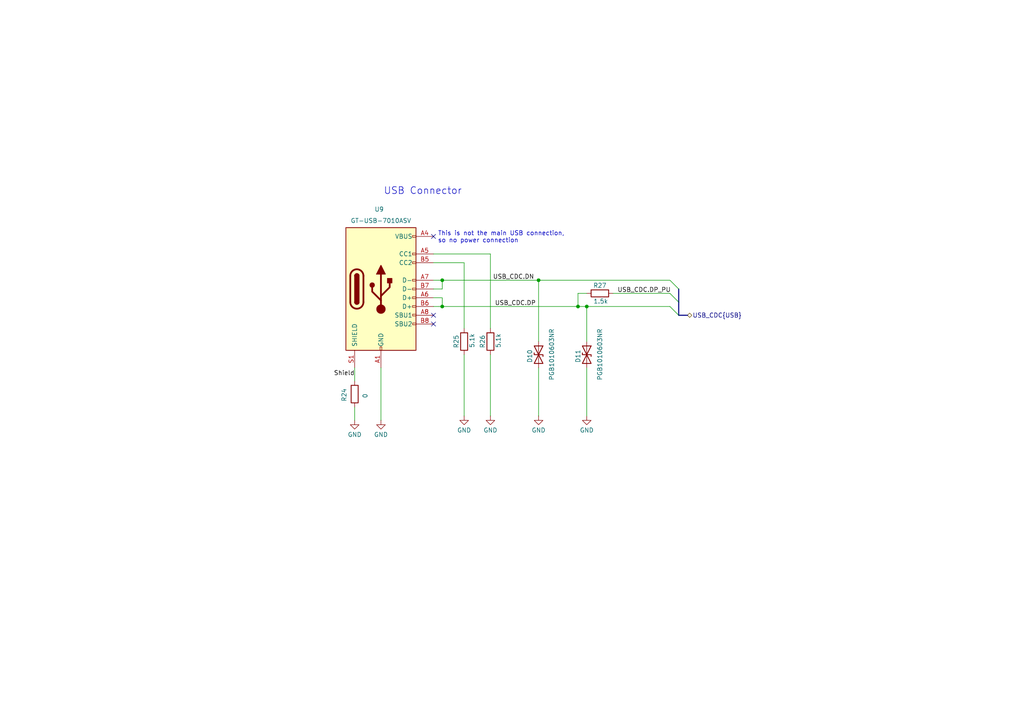
<source format=kicad_sch>
(kicad_sch (version 20231120) (generator "eeschema") (generator_version "8.0")
  (paper "A4")
  (title_block (date "2024-05-30") (rev "0.2.0"))
  (lib_symbols
    (symbol "Device:D_TVS" (pin_numbers hide) (pin_names (offset 1.016) hide)
      (property "Reference" "D" (at 0 2.54 0))
      (property "Value" "D_TVS" (at 0 -2.54 0))
      (symbol "D_TVS_0_1"
        (polyline (pts (xy 1.27 0) (xy -1.27 0)))
        (polyline (pts (xy 0.508 1.27) (xy 0 1.27) (xy 0 -1.27) (xy -0.508 -1.27)) (stroke (width 0.254)))
        (polyline (pts (xy -2.54 1.27) (xy -2.54 -1.27) (xy 2.54 1.27) (xy 2.54 -1.27) (xy -2.54 1.27)) (stroke (width 0.254)))
      )
      (symbol "D_TVS_1_1"
        (pin passive line (at -3.81 0 0) (length 2.54) (name "A1") (number "1"))
        (pin passive line (at 3.81 0 180) (length 2.54) (name "A2") (number "2"))
      )
    )
    (symbol "Device:R" (pin_numbers hide) (pin_names (offset 0))
      (property "Reference" "R" (at 2.032 0 90))
      (property "Value" "R" (at 0 0 90))
      (symbol "R_0_1"
        (rectangle (start -1.016 -2.54) (end 1.016 2.54) (stroke (width 0.254)))
      )
      (symbol "R_1_1"
        (pin passive line (at 0 3.81 270) (length 1.27) (name "~") (number "1"))
        (pin passive line (at 0 -3.81 90) (length 1.27) (name "~") (number "2"))
      )
    )
    (symbol "custom_symbols:USB_C_Receptacle_USB2.0_14P" (pin_names (offset 1.016))
      (property "Reference" "J" (at 0 22.225 0))
      (property "Value" "USB_C_Receptacle_USB2.0_14P" (at 0 19.685 0))
      (symbol "USB_C_Receptacle_USB2.0_14P_0_0"
        (rectangle (start -0.254 -17.78) (end 0.254 -16.764))
        (rectangle (start 9.144 -4.826) (end 10.16 -5.334))
        (rectangle (start 9.1899 -9.8747) (end 10.2059 -10.3827))
        (rectangle (start 9.1899 -7.307) (end 10.2059 -7.815))
        (rectangle (start 10.16 -2.286) (end 9.144 -2.794))
        (rectangle (start 10.16 0.254) (end 9.144 -0.254))
        (rectangle (start 10.16 2.794) (end 9.144 2.286))
        (rectangle (start 10.16 7.874) (end 9.144 7.366))
        (rectangle (start 10.16 10.414) (end 9.144 9.906))
        (rectangle (start 10.16 15.494) (end 9.144 14.986))
      )
      (symbol "USB_C_Receptacle_USB2.0_14P_0_1"
        (rectangle (start -10.16 17.78) (end 10.16 -17.78) (stroke (width 0.254)) (fill (type background)))
        (arc (start -8.89 -3.81) (mid -6.985 -5.7067) (end -5.08 -3.81) (stroke (width 0.508)))
        (arc (start -7.62 -3.81) (mid -6.985 -4.4423) (end -6.35 -3.81) (stroke (width 0.254)))
        (arc (start -7.62 -3.81) (mid -6.985 -4.4423) (end -6.35 -3.81) (stroke (width 0.254)) (fill (type outline)))
        (rectangle (start -7.62 -3.81) (end -6.35 3.81) (stroke (width 0.254)) (fill (type outline)))
        (arc (start -6.35 3.81) (mid -6.985 4.4423) (end -7.62 3.81) (stroke (width 0.254)))
        (arc (start -6.35 3.81) (mid -6.985 4.4423) (end -7.62 3.81) (stroke (width 0.254)) (fill (type outline)))
        (arc (start -5.08 3.81) (mid -6.985 5.7067) (end -8.89 3.81) (stroke (width 0.508)))
        (circle (center -2.54 1.143) (radius 0.635) (stroke (width 0.254)) (fill (type outline)))
        (circle (center 0 -5.842) (radius 1.27) (fill (type outline)))
        (polyline (pts (xy -8.89 -3.81) (xy -8.89 3.81)) (stroke (width 0.508)))
        (polyline (pts (xy -5.08 3.81) (xy -5.08 -3.81)) (stroke (width 0.508)))
        (polyline (pts (xy 0 -5.842) (xy 0 4.318)) (stroke (width 0.508)))
        (polyline (pts (xy 0 -3.302) (xy -2.54 -0.762) (xy -2.54 0.508)) (stroke (width 0.508)))
        (polyline (pts (xy 0 -2.032) (xy 2.54 0.508) (xy 2.54 1.778)) (stroke (width 0.508)))
        (polyline (pts (xy -1.27 4.318) (xy 0 6.858) (xy 1.27 4.318) (xy -1.27 4.318)) (stroke (width 0.254)) (fill (type outline)))
        (rectangle (start 1.905 1.778) (end 3.175 3.048) (stroke (width 0.254)) (fill (type outline)))
      )
      (symbol "USB_C_Receptacle_USB2.0_14P_1_1"
        (pin passive line (at 0 -22.86 90) (length 5.08) (name "GND") (number "A1"))
        (pin passive line (at 0 -22.86 90) (length 5.08) hide (name "GND") (number "A12"))
        (pin passive line (at 15.24 15.24 180) (length 5.08) (name "VBUS") (number "A4"))
        (pin bidirectional line (at 15.24 10.16 180) (length 5.08) (name "CC1") (number "A5"))
        (pin bidirectional line (at 15.24 -2.54 180) (length 5.08) (name "D+") (number "A6"))
        (pin bidirectional line (at 15.24 2.54 180) (length 5.08) (name "D-") (number "A7"))
        (pin bidirectional line (at 15.24 -7.62 180) (length 5.08) (name "SBU1") (number "A8"))
        (pin passive line (at 15.24 15.24 180) (length 5.08) hide (name "VBUS") (number "A9"))
        (pin bidirectional line (at 15.24 7.62 180) (length 5.08) (name "CC2") (number "B5"))
        (pin bidirectional line (at 15.24 -5.08 180) (length 5.08) (name "D+") (number "B6"))
        (pin bidirectional line (at 15.24 0 180) (length 5.08) (name "D-") (number "B7"))
        (pin bidirectional line (at 15.24 -10.16 180) (length 5.08) (name "SBU2") (number "B8"))
        (pin passive line (at -7.62 -22.86 90) (length 5.08) (name "SHIELD") (number "S1"))
      )
    )
    (symbol "power:GND" (power) (pin_numbers hide) (pin_names (offset 0) hide)
      (property "Value" "GND" (at 0 -3.81 0))
      (symbol "GND_0_1"
        (polyline (pts (xy 0 0) (xy 0 -1.27) (xy 1.27 -1.27) (xy 0 -2.54) (xy -1.27 -1.27) (xy 0 -1.27)))
      )
      (symbol "GND_1_1"
        (pin power_in line (at 0 0 270) (length 0) (name "~") (number "1"))
      )
    )
  )
  (junction (at 167.64 88.9))
  (junction (at 128.27 88.9))
  (junction (at 128.27 81.28))
  (junction (at 170.18 88.9))
  (junction (at 156.21 81.28))
  (no_connect (at 125.73 68.58))
  (no_connect (at 125.73 93.98))
  (no_connect (at 125.73 91.44))
  (bus_entry (at 194.31 85.09) (size 2.54 2.54))
  (bus_entry (at 194.31 81.28) (size 2.54 2.54))
  (bus_entry (at 194.31 88.9) (size 2.54 2.54))
  (bus (pts (xy 196.85 87.63) (xy 196.85 91.44)))
  (wire (pts (xy 167.64 88.9) (xy 170.18 88.9)))
  (wire (pts (xy 102.87 106.68) (xy 102.87 110.49)))
  (wire (pts (xy 167.64 85.09) (xy 167.64 88.9)))
  (wire (pts (xy 156.21 106.68) (xy 156.21 120.65)))
  (wire (pts (xy 128.27 81.28) (xy 128.27 83.82)))
  (wire (pts (xy 134.62 76.2) (xy 134.62 95.25)))
  (wire (pts (xy 177.8 85.09) (xy 194.31 85.09)))
  (wire (pts (xy 170.18 88.9) (xy 194.31 88.9)))
  (wire (pts (xy 156.21 81.28) (xy 194.31 81.28)))
  (wire (pts (xy 134.62 102.87) (xy 134.62 120.65)))
  (wire (pts (xy 170.18 88.9) (xy 170.18 99.06)))
  (wire (pts (xy 128.27 86.36) (xy 128.27 88.9)))
  (wire (pts (xy 125.73 88.9) (xy 128.27 88.9)))
  (wire (pts (xy 128.27 88.9) (xy 167.64 88.9)))
  (wire (pts (xy 125.73 83.82) (xy 128.27 83.82)))
  (wire (pts (xy 142.24 102.87) (xy 142.24 120.65)))
  (wire (pts (xy 142.24 73.66) (xy 142.24 95.25)))
  (wire (pts (xy 125.73 86.36) (xy 128.27 86.36)))
  (wire (pts (xy 156.21 81.28) (xy 156.21 99.06)))
  (wire (pts (xy 125.73 81.28) (xy 128.27 81.28)))
  (bus (pts (xy 196.85 91.44) (xy 199.39 91.44)))
  (wire (pts (xy 167.64 85.09) (xy 170.18 85.09)))
  (wire (pts (xy 170.18 106.68) (xy 170.18 120.65)))
  (bus (pts (xy 196.85 83.82) (xy 196.85 87.63)))
  (wire (pts (xy 128.27 81.28) (xy 156.21 81.28)))
  (wire (pts (xy 110.49 106.68) (xy 110.49 121.92)))
  (wire (pts (xy 102.87 118.11) (xy 102.87 121.92)))
  (wire (pts (xy 125.73 73.66) (xy 142.24 73.66)))
  (wire (pts (xy 134.62 76.2) (xy 125.73 76.2)))
  (text "This is not the main USB connection,\nso no power connection" (at 127 68.834 0) (effects (font (size 1.27 1.27)) (justify left)))
  (text "USB Connector" (at 111.252 56.642 0) (effects (font (size 2 2)) (justify left bottom)))
  (label "USB_CDC.DP" (at 143.51 88.9 0))
  (label "Shield" (at 102.87 109.22 180))
  (label "USB_CDC.DP_PU" (at 179.07 85.09 0))
  (label "USB_CDC.DN" (at 154.94 81.28 180))
  (hierarchical_label "USB_CDC{USB}" (shape bidirectional) (at 199.39 91.44 0))
  (symbol (lib_id "Device:R") (at 134.62 99.06 0) (unit 1)
    (property "Reference" "R25" (at 132.334 99.06 90))
    (property "Value" "5.1k" (at 136.906 98.806 90))
    (property "Footprint" "Resistor_SMD:R_0805_2012Metric" (effects (hide yes)))
    (property "Description" "Resistor" (effects (hide yes)))
  )
  (symbol (lib_id "power:GND") (at 110.49 121.92 0) (unit 1)
    (property "Reference" "#PWR91" (effects (hide yes)))
    (property "Value" "GND" (at 110.49 126.0531 0))
    (property "Description" "Power symbol creates a global label with name \"GND\" , ground" (effects (hide yes)))
  )
  (symbol (lib_id "Device:R") (at 142.24 99.06 0) (unit 1)
    (property "Reference" "R26" (at 139.954 99.06 90))
    (property "Value" "5.1k" (at 144.526 98.806 90))
    (property "Footprint" "Resistor_SMD:R_0805_2012Metric" (effects (hide yes)))
    (property "Description" "Resistor" (effects (hide yes)))
  )
  (symbol (lib_id "Device:R") (at 102.87 114.3 0) (unit 1)
    (property "Reference" "R24" (at 99.822 114.554 90))
    (property "Value" "0" (at 105.918 114.808 90))
    (property "Footprint" "Resistor_SMD:R_0805_2012Metric" (effects (hide yes)))
    (property "Description" "Resistor" (effects (hide yes)))
  )
  (symbol (lib_id "power:GND") (at 134.62 120.65 0) (unit 1)
    (property "Reference" "#PWR92" (effects (hide yes)))
    (property "Value" "GND" (at 134.62 124.7831 0))
    (property "Description" "Power symbol creates a global label with name \"GND\" , ground" (effects (hide yes)))
  )
  (symbol (lib_id "power:GND") (at 102.87 121.92 0) (unit 1)
    (property "Reference" "#PWR90" (effects (hide yes)))
    (property "Value" "GND" (at 102.87 126.0531 0))
    (property "Description" "Power symbol creates a global label with name \"GND\" , ground" (effects (hide yes)))
  )
  (symbol (lib_id "Device:D_TVS") (at 156.21 102.87 270) (unit 1)
    (property "Reference" "D10" (at 153.67 101.346 0) (effects (justify left)))
    (property "Value" "PGB1010603NR" (at 160.02 95.25 0) (effects (justify left)))
    (property "Footprint" "Diode_SMD:D_0603_1608Metric" (effects (hide yes)))
    (property "Description" "Bidirectional transient-voltage-suppression diode" (effects (hide yes)))
    (property "Height" "0.36" (effects (hide yes)))
    (property "Manufacturer_Name" "LITTELFUSE" (effects (hide yes)))
    (property "Manufacturer_Part_Number" "PGB1010603NR" (effects (hide yes)))
    (property "Mouser Part Number" "576-PGB1010603NR" (effects (hide yes)))
    (property "Mouser Price/Stock" "https://www.mouser.co.uk/ProductDetail/Littelfuse/PGB1010603NR?qs=gu7KAQ731UTJOoBJUwB8FA%3D%3D" (effects (hide yes)))
    (property "Arrow Part Number" "PGB1010603NR" (effects (hide yes)))
    (property "Arrow Price/Stock" "https://www.arrow.com/en/products/pgb1010603nr/littelfuse?region=nac" (effects (hide yes)))
  )
  (symbol (lib_id "power:GND") (at 156.21 120.65 0) (unit 1)
    (property "Reference" "#PWR94" (effects (hide yes)))
    (property "Value" "GND" (at 156.21 124.7831 0))
    (property "Description" "Power symbol creates a global label with name \"GND\" , ground" (effects (hide yes)))
  )
  (symbol (lib_id "custom_symbols:USB_C_Receptacle_USB2.0_14P") (at 110.49 83.82 0) (unit 1)
    (property "Reference" "U9" (at 109.982 60.706 0))
    (property "Value" "GT-USB-7010ASV" (at 110.49 64.008 0))
    (property "Footprint" "Customized:USB_C_Receptacle_GCT_USB4105-xx-A_16P_TopMnt_Horizontal" (effects (hide yes)))
    (property "Datasheet" "https://www.usb.org/sites/default/files/documents/usb_type-c.zip" (effects (hide yes)))
    (property "Description" "USB 2.0-only 14P Type-C Receptacle connector" (effects (hide yes)))
    (property "LCSC" "C2988369" (effects (hide yes)))
    (property "JLCPCB Position Offset" "0,1.05" (effects (hide yes)))
  )
  (symbol (lib_id "power:GND") (at 142.24 120.65 0) (unit 1)
    (property "Reference" "#PWR93" (effects (hide yes)))
    (property "Value" "GND" (at 142.24 124.7831 0))
    (property "Description" "Power symbol creates a global label with name \"GND\" , ground" (effects (hide yes)))
  )
  (symbol (lib_id "Device:R") (at 173.99 85.09 270) (unit 1)
    (property "Reference" "R27" (at 173.99 82.804 90))
    (property "Value" "1.5k" (at 174.244 87.376 90))
    (property "Footprint" "Resistor_SMD:R_0805_2012Metric" (effects (hide yes)))
    (property "Description" "Resistor" (effects (hide yes)))
  )
  (symbol (lib_id "Device:D_TVS") (at 170.18 102.87 270) (unit 1)
    (property "Reference" "D11" (at 167.64 101.346 0) (effects (justify left)))
    (property "Value" "PGB1010603NR" (at 173.99 95.25 0) (effects (justify left)))
    (property "Footprint" "Capacitor_SMD:C_0603_1608Metric" (effects (hide yes)))
    (property "Description" "Bidirectional transient-voltage-suppression diode" (effects (hide yes)))
    (property "Height" "0.36" (effects (hide yes)))
    (property "Manufacturer_Name" "LITTELFUSE" (effects (hide yes)))
    (property "Manufacturer_Part_Number" "PGB1010603NR" (effects (hide yes)))
    (property "Mouser Part Number" "576-PGB1010603NR" (effects (hide yes)))
    (property "Mouser Price/Stock" "https://www.mouser.co.uk/ProductDetail/Littelfuse/PGB1010603NR?qs=gu7KAQ731UTJOoBJUwB8FA%3D%3D" (effects (hide yes)))
    (property "Arrow Part Number" "PGB1010603NR" (effects (hide yes)))
    (property "Arrow Price/Stock" "https://www.arrow.com/en/products/pgb1010603nr/littelfuse?region=nac" (effects (hide yes)))
  )
  (symbol (lib_id "power:GND") (at 170.18 120.65 0) (unit 1)
    (property "Reference" "#PWR95" (effects (hide yes)))
    (property "Value" "GND" (at 170.18 124.7831 0))
    (property "Description" "Power symbol creates a global label with name \"GND\" , ground" (effects (hide yes)))
  )
)
</source>
